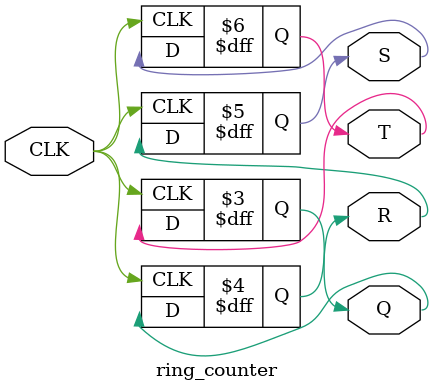
<source format=v>
module ring_counter(CLK, Q, R, S, T);
 input CLK;
 output Q,R,S,T;
 reg Q,R,S,T;
initial
begin
Q=1; R=0; S=0; T=0;
end
always @(posedge CLK)
begin
Q<=T; R<=Q; S<=R; T<=S;
end
endmodule
</source>
